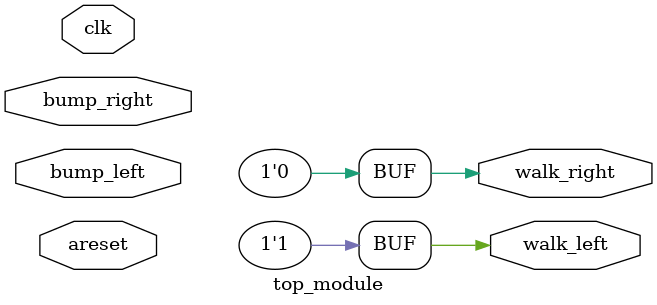
<source format=sv>
module top_module (
	input clk,
	input areset,
	input bump_left,
	input bump_right,
	output walk_left,
	output walk_right
);

	// Define states
	parameter IDLE = 1'b0;
	parameter WALK_LEFT = 1'b1;

	// Define current state
	reg [1:0] state, next_state;

	// Define output
	reg walk_left, walk_right;

	// Sequential logic
	always @(posedge clk or posedge areset) begin
		if (areset)
			state <= WALK_LEFT;
		else
			state <= next_state;
	end

	// Combinational logic
	always @* begin
		walk_left = 1'b1;
		walk_right = 1'b0;

		case (state)
			IDLE: begin
				if (bump_left)
					next_state = WALK_RIGHT;
				else if (bump_right)
					next_state = WALK_LEFT;
				else
					next_state = IDLE;
			end
			WALK_LEFT: begin
				if (bump_right)
					next_state = WALK_LEFT;
				else if (bump_left)
					next_state = WALK_RIGHT;
				else
					next_state = WALK_LEFT;
			end
		endcase
	end
endmodule

</source>
